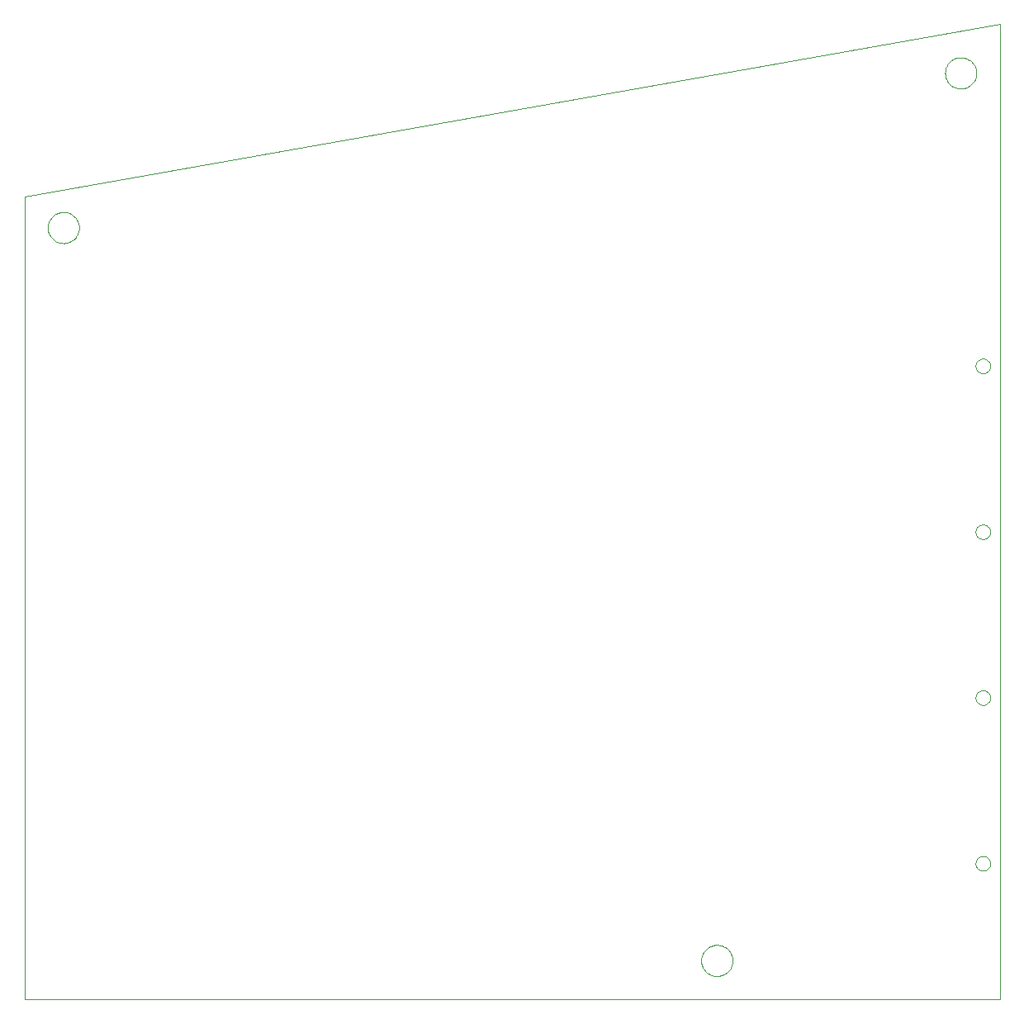
<source format=gbo>
G75*
%MOIN*%
%OFA0B0*%
%FSLAX24Y24*%
%IPPOS*%
%LPD*%
%AMOC8*
5,1,8,0,0,1.08239X$1,22.5*
%
%ADD10C,0.0000*%
D10*
X000140Y000140D02*
X000140Y032569D01*
X039510Y039510D01*
X039510Y000140D01*
X000140Y000140D01*
X027463Y001715D02*
X027465Y001765D01*
X027471Y001815D01*
X027481Y001864D01*
X027495Y001912D01*
X027512Y001959D01*
X027533Y002004D01*
X027558Y002048D01*
X027586Y002089D01*
X027618Y002128D01*
X027652Y002165D01*
X027689Y002199D01*
X027729Y002229D01*
X027771Y002256D01*
X027815Y002280D01*
X027861Y002301D01*
X027908Y002317D01*
X027956Y002330D01*
X028006Y002339D01*
X028055Y002344D01*
X028106Y002345D01*
X028156Y002342D01*
X028205Y002335D01*
X028254Y002324D01*
X028302Y002309D01*
X028348Y002291D01*
X028393Y002269D01*
X028436Y002243D01*
X028477Y002214D01*
X028516Y002182D01*
X028552Y002147D01*
X028584Y002109D01*
X028614Y002069D01*
X028641Y002026D01*
X028664Y001982D01*
X028683Y001936D01*
X028699Y001888D01*
X028711Y001839D01*
X028719Y001790D01*
X028723Y001740D01*
X028723Y001690D01*
X028719Y001640D01*
X028711Y001591D01*
X028699Y001542D01*
X028683Y001494D01*
X028664Y001448D01*
X028641Y001404D01*
X028614Y001361D01*
X028584Y001321D01*
X028552Y001283D01*
X028516Y001248D01*
X028477Y001216D01*
X028436Y001187D01*
X028393Y001161D01*
X028348Y001139D01*
X028302Y001121D01*
X028254Y001106D01*
X028205Y001095D01*
X028156Y001088D01*
X028106Y001085D01*
X028055Y001086D01*
X028006Y001091D01*
X027956Y001100D01*
X027908Y001113D01*
X027861Y001129D01*
X027815Y001150D01*
X027771Y001174D01*
X027729Y001201D01*
X027689Y001231D01*
X027652Y001265D01*
X027618Y001302D01*
X027586Y001341D01*
X027558Y001382D01*
X027533Y001426D01*
X027512Y001471D01*
X027495Y001518D01*
X027481Y001566D01*
X027471Y001615D01*
X027465Y001665D01*
X027463Y001715D01*
X038534Y005636D02*
X038536Y005670D01*
X038542Y005704D01*
X038552Y005737D01*
X038565Y005768D01*
X038583Y005798D01*
X038603Y005826D01*
X038627Y005851D01*
X038653Y005873D01*
X038681Y005891D01*
X038712Y005907D01*
X038744Y005919D01*
X038778Y005927D01*
X038812Y005931D01*
X038846Y005931D01*
X038880Y005927D01*
X038914Y005919D01*
X038946Y005907D01*
X038976Y005891D01*
X039005Y005873D01*
X039031Y005851D01*
X039055Y005826D01*
X039075Y005798D01*
X039093Y005768D01*
X039106Y005737D01*
X039116Y005704D01*
X039122Y005670D01*
X039124Y005636D01*
X039122Y005602D01*
X039116Y005568D01*
X039106Y005535D01*
X039093Y005504D01*
X039075Y005474D01*
X039055Y005446D01*
X039031Y005421D01*
X039005Y005399D01*
X038977Y005381D01*
X038946Y005365D01*
X038914Y005353D01*
X038880Y005345D01*
X038846Y005341D01*
X038812Y005341D01*
X038778Y005345D01*
X038744Y005353D01*
X038712Y005365D01*
X038681Y005381D01*
X038653Y005399D01*
X038627Y005421D01*
X038603Y005446D01*
X038583Y005474D01*
X038565Y005504D01*
X038552Y005535D01*
X038542Y005568D01*
X038536Y005602D01*
X038534Y005636D01*
X038534Y012329D02*
X038536Y012363D01*
X038542Y012397D01*
X038552Y012430D01*
X038565Y012461D01*
X038583Y012491D01*
X038603Y012519D01*
X038627Y012544D01*
X038653Y012566D01*
X038681Y012584D01*
X038712Y012600D01*
X038744Y012612D01*
X038778Y012620D01*
X038812Y012624D01*
X038846Y012624D01*
X038880Y012620D01*
X038914Y012612D01*
X038946Y012600D01*
X038976Y012584D01*
X039005Y012566D01*
X039031Y012544D01*
X039055Y012519D01*
X039075Y012491D01*
X039093Y012461D01*
X039106Y012430D01*
X039116Y012397D01*
X039122Y012363D01*
X039124Y012329D01*
X039122Y012295D01*
X039116Y012261D01*
X039106Y012228D01*
X039093Y012197D01*
X039075Y012167D01*
X039055Y012139D01*
X039031Y012114D01*
X039005Y012092D01*
X038977Y012074D01*
X038946Y012058D01*
X038914Y012046D01*
X038880Y012038D01*
X038846Y012034D01*
X038812Y012034D01*
X038778Y012038D01*
X038744Y012046D01*
X038712Y012058D01*
X038681Y012074D01*
X038653Y012092D01*
X038627Y012114D01*
X038603Y012139D01*
X038583Y012167D01*
X038565Y012197D01*
X038552Y012228D01*
X038542Y012261D01*
X038536Y012295D01*
X038534Y012329D01*
X038534Y019022D02*
X038536Y019056D01*
X038542Y019090D01*
X038552Y019123D01*
X038565Y019154D01*
X038583Y019184D01*
X038603Y019212D01*
X038627Y019237D01*
X038653Y019259D01*
X038681Y019277D01*
X038712Y019293D01*
X038744Y019305D01*
X038778Y019313D01*
X038812Y019317D01*
X038846Y019317D01*
X038880Y019313D01*
X038914Y019305D01*
X038946Y019293D01*
X038976Y019277D01*
X039005Y019259D01*
X039031Y019237D01*
X039055Y019212D01*
X039075Y019184D01*
X039093Y019154D01*
X039106Y019123D01*
X039116Y019090D01*
X039122Y019056D01*
X039124Y019022D01*
X039122Y018988D01*
X039116Y018954D01*
X039106Y018921D01*
X039093Y018890D01*
X039075Y018860D01*
X039055Y018832D01*
X039031Y018807D01*
X039005Y018785D01*
X038977Y018767D01*
X038946Y018751D01*
X038914Y018739D01*
X038880Y018731D01*
X038846Y018727D01*
X038812Y018727D01*
X038778Y018731D01*
X038744Y018739D01*
X038712Y018751D01*
X038681Y018767D01*
X038653Y018785D01*
X038627Y018807D01*
X038603Y018832D01*
X038583Y018860D01*
X038565Y018890D01*
X038552Y018921D01*
X038542Y018954D01*
X038536Y018988D01*
X038534Y019022D01*
X038534Y025715D02*
X038536Y025749D01*
X038542Y025783D01*
X038552Y025816D01*
X038565Y025847D01*
X038583Y025877D01*
X038603Y025905D01*
X038627Y025930D01*
X038653Y025952D01*
X038681Y025970D01*
X038712Y025986D01*
X038744Y025998D01*
X038778Y026006D01*
X038812Y026010D01*
X038846Y026010D01*
X038880Y026006D01*
X038914Y025998D01*
X038946Y025986D01*
X038976Y025970D01*
X039005Y025952D01*
X039031Y025930D01*
X039055Y025905D01*
X039075Y025877D01*
X039093Y025847D01*
X039106Y025816D01*
X039116Y025783D01*
X039122Y025749D01*
X039124Y025715D01*
X039122Y025681D01*
X039116Y025647D01*
X039106Y025614D01*
X039093Y025583D01*
X039075Y025553D01*
X039055Y025525D01*
X039031Y025500D01*
X039005Y025478D01*
X038977Y025460D01*
X038946Y025444D01*
X038914Y025432D01*
X038880Y025424D01*
X038846Y025420D01*
X038812Y025420D01*
X038778Y025424D01*
X038744Y025432D01*
X038712Y025444D01*
X038681Y025460D01*
X038653Y025478D01*
X038627Y025500D01*
X038603Y025525D01*
X038583Y025553D01*
X038565Y025583D01*
X038552Y025614D01*
X038542Y025647D01*
X038536Y025681D01*
X038534Y025715D01*
X037305Y037542D02*
X037307Y037592D01*
X037313Y037642D01*
X037323Y037691D01*
X037337Y037739D01*
X037354Y037786D01*
X037375Y037831D01*
X037400Y037875D01*
X037428Y037916D01*
X037460Y037955D01*
X037494Y037992D01*
X037531Y038026D01*
X037571Y038056D01*
X037613Y038083D01*
X037657Y038107D01*
X037703Y038128D01*
X037750Y038144D01*
X037798Y038157D01*
X037848Y038166D01*
X037897Y038171D01*
X037948Y038172D01*
X037998Y038169D01*
X038047Y038162D01*
X038096Y038151D01*
X038144Y038136D01*
X038190Y038118D01*
X038235Y038096D01*
X038278Y038070D01*
X038319Y038041D01*
X038358Y038009D01*
X038394Y037974D01*
X038426Y037936D01*
X038456Y037896D01*
X038483Y037853D01*
X038506Y037809D01*
X038525Y037763D01*
X038541Y037715D01*
X038553Y037666D01*
X038561Y037617D01*
X038565Y037567D01*
X038565Y037517D01*
X038561Y037467D01*
X038553Y037418D01*
X038541Y037369D01*
X038525Y037321D01*
X038506Y037275D01*
X038483Y037231D01*
X038456Y037188D01*
X038426Y037148D01*
X038394Y037110D01*
X038358Y037075D01*
X038319Y037043D01*
X038278Y037014D01*
X038235Y036988D01*
X038190Y036966D01*
X038144Y036948D01*
X038096Y036933D01*
X038047Y036922D01*
X037998Y036915D01*
X037948Y036912D01*
X037897Y036913D01*
X037848Y036918D01*
X037798Y036927D01*
X037750Y036940D01*
X037703Y036956D01*
X037657Y036977D01*
X037613Y037001D01*
X037571Y037028D01*
X037531Y037058D01*
X037494Y037092D01*
X037460Y037129D01*
X037428Y037168D01*
X037400Y037209D01*
X037375Y037253D01*
X037354Y037298D01*
X037337Y037345D01*
X037323Y037393D01*
X037313Y037442D01*
X037307Y037492D01*
X037305Y037542D01*
X001085Y031302D02*
X001087Y031352D01*
X001093Y031402D01*
X001103Y031451D01*
X001117Y031499D01*
X001134Y031546D01*
X001155Y031591D01*
X001180Y031635D01*
X001208Y031676D01*
X001240Y031715D01*
X001274Y031752D01*
X001311Y031786D01*
X001351Y031816D01*
X001393Y031843D01*
X001437Y031867D01*
X001483Y031888D01*
X001530Y031904D01*
X001578Y031917D01*
X001628Y031926D01*
X001677Y031931D01*
X001728Y031932D01*
X001778Y031929D01*
X001827Y031922D01*
X001876Y031911D01*
X001924Y031896D01*
X001970Y031878D01*
X002015Y031856D01*
X002058Y031830D01*
X002099Y031801D01*
X002138Y031769D01*
X002174Y031734D01*
X002206Y031696D01*
X002236Y031656D01*
X002263Y031613D01*
X002286Y031569D01*
X002305Y031523D01*
X002321Y031475D01*
X002333Y031426D01*
X002341Y031377D01*
X002345Y031327D01*
X002345Y031277D01*
X002341Y031227D01*
X002333Y031178D01*
X002321Y031129D01*
X002305Y031081D01*
X002286Y031035D01*
X002263Y030991D01*
X002236Y030948D01*
X002206Y030908D01*
X002174Y030870D01*
X002138Y030835D01*
X002099Y030803D01*
X002058Y030774D01*
X002015Y030748D01*
X001970Y030726D01*
X001924Y030708D01*
X001876Y030693D01*
X001827Y030682D01*
X001778Y030675D01*
X001728Y030672D01*
X001677Y030673D01*
X001628Y030678D01*
X001578Y030687D01*
X001530Y030700D01*
X001483Y030716D01*
X001437Y030737D01*
X001393Y030761D01*
X001351Y030788D01*
X001311Y030818D01*
X001274Y030852D01*
X001240Y030889D01*
X001208Y030928D01*
X001180Y030969D01*
X001155Y031013D01*
X001134Y031058D01*
X001117Y031105D01*
X001103Y031153D01*
X001093Y031202D01*
X001087Y031252D01*
X001085Y031302D01*
M02*

</source>
